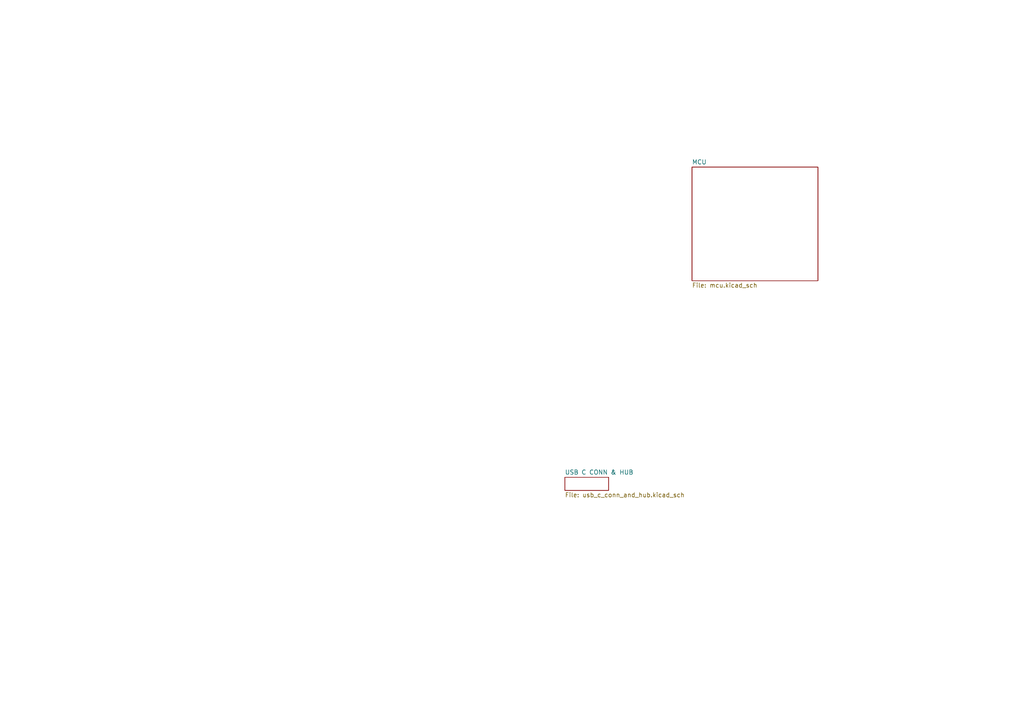
<source format=kicad_sch>
(kicad_sch (version 20230121) (generator eeschema)
  (paper "A4")
  (title_block (title "Block Diagram") (company "Embedded Dojo") (comment 1 "imuguruza and hans"))
  (lib_symbols)
  (sheet (at 200.7108 48.4632) (size 36.5252 32.9692) (stroke (width 0.1524))
    (property "Sheetname" "MCU" (at 200.7108 47.7516 0) (effects (justify left bottom)))
    (property "Sheetfile" "mcu.kicad_sch" (at 200.7108 82.017 0) (effects (justify left top)))
  )
  (sheet (at 163.83 138.43) (size 12.7 3.81) (stroke (width 0.1524))
    (property "Sheetname" "USB C CONN & HUB" (at 163.83 137.7184 0) (effects (justify left bottom)))
    (property "Sheetfile" "usb_c_conn_and_hub.kicad_sch" (at 163.83 142.8246 0) (effects (justify left top)))
  )
)
</source>
